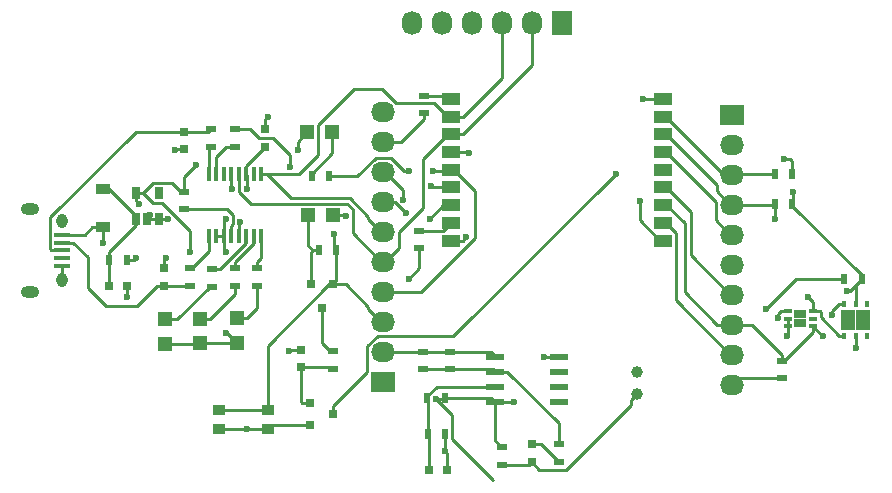
<source format=gbr>
G04 #@! TF.FileFunction,Copper,L1,Top,Signal*
%FSLAX46Y46*%
G04 Gerber Fmt 4.6, Leading zero omitted, Abs format (unit mm)*
G04 Created by KiCad (PCBNEW 4.0.2-4+6225~38~ubuntu15.10.1-stable) date Wed 30 Mar 2016 09:09:27 AM CDT*
%MOMM*%
G01*
G04 APERTURE LIST*
%ADD10C,0.100000*%
%ADD11R,2.032000X1.727200*%
%ADD12O,2.032000X1.727200*%
%ADD13R,1.220000X0.910000*%
%ADD14R,0.650000X1.060000*%
%ADD15R,1.350000X0.400000*%
%ADD16O,0.950000X1.250000*%
%ADD17O,1.550000X1.000000*%
%ADD18R,0.800000X0.750000*%
%ADD19R,0.900000X0.500000*%
%ADD20R,0.750000X0.800000*%
%ADD21R,1.198880X1.198880*%
%ADD22R,1.727200X2.032000*%
%ADD23O,1.727200X2.032000*%
%ADD24R,0.800100X0.800100*%
%ADD25R,0.500000X0.900000*%
%ADD26R,1.000000X0.900000*%
%ADD27R,1.500000X1.000000*%
%ADD28R,1.550000X0.600000*%
%ADD29C,1.000000*%
%ADD30R,0.400000X1.200000*%
%ADD31R,0.650000X0.350000*%
%ADD32R,1.000000X0.800000*%
%ADD33R,0.450000X0.630000*%
%ADD34R,1.300000X0.850000*%
%ADD35C,0.600000*%
%ADD36C,0.250000*%
G04 APERTURE END LIST*
D10*
D11*
X153550000Y-80610000D03*
D12*
X153550000Y-78070000D03*
X153550000Y-75530000D03*
X153550000Y-72990000D03*
X153550000Y-70450000D03*
X153550000Y-67910000D03*
X153550000Y-65370000D03*
X153550000Y-62830000D03*
X153550000Y-60290000D03*
X153550000Y-57750000D03*
D13*
X129794000Y-64262000D03*
X129794000Y-67532000D03*
D14*
X132636000Y-66809000D03*
X133586000Y-66809000D03*
X134536000Y-66809000D03*
X134536000Y-64609000D03*
X132636000Y-64609000D03*
D15*
X126380000Y-68170000D03*
X126380000Y-68820000D03*
X126380000Y-69470000D03*
X126380000Y-70120000D03*
X126380000Y-70770000D03*
D16*
X126380000Y-66970000D03*
X126380000Y-71970000D03*
D17*
X123680000Y-65970000D03*
X123680000Y-72970000D03*
D18*
X130350000Y-72475000D03*
X131850000Y-72475000D03*
D19*
X156880000Y-78060000D03*
X156880000Y-79560000D03*
D18*
X157430000Y-88080000D03*
X158930000Y-88080000D03*
D20*
X166116000Y-85900000D03*
X166116000Y-87400000D03*
X135007390Y-72475558D03*
X135007390Y-70975558D03*
X136652000Y-59436000D03*
X136652000Y-60936000D03*
X143557390Y-60725558D03*
X143557390Y-59225558D03*
D21*
X149323040Y-66450000D03*
X147225000Y-66450000D03*
X138075000Y-77349020D03*
X138075000Y-75250980D03*
X135050000Y-77423040D03*
X135050000Y-75325000D03*
X147126960Y-59450000D03*
X149225000Y-59450000D03*
X141175000Y-77323040D03*
X141175000Y-75225000D03*
D19*
X136652000Y-64516000D03*
X136652000Y-66016000D03*
D22*
X168650000Y-50250000D03*
D23*
X166110000Y-50250000D03*
X163570000Y-50250000D03*
X161030000Y-50250000D03*
X158490000Y-50250000D03*
X155950000Y-50250000D03*
D11*
X183100000Y-57975000D03*
D12*
X183100000Y-60515000D03*
X183100000Y-63055000D03*
X183100000Y-65595000D03*
X183100000Y-68135000D03*
X183100000Y-70675000D03*
X183100000Y-73215000D03*
X183100000Y-75755000D03*
X183100000Y-78295000D03*
X183100000Y-80835000D03*
D24*
X147335240Y-82362000D03*
X147335240Y-84262000D03*
X149334220Y-83312000D03*
X149325000Y-72350000D03*
X147425000Y-72350000D03*
X148375000Y-74348980D03*
D25*
X148075000Y-69475000D03*
X149575000Y-69475000D03*
D19*
X137157390Y-70975558D03*
X137157390Y-72475558D03*
D25*
X130350000Y-70275000D03*
X131850000Y-70275000D03*
D19*
X138938000Y-60706000D03*
X138938000Y-59206000D03*
D25*
X194056000Y-71882000D03*
X192556000Y-71882000D03*
D19*
X149280000Y-77990000D03*
X149280000Y-79490000D03*
X159190000Y-79560000D03*
X159190000Y-78060000D03*
D25*
X147500000Y-63200000D03*
X149000000Y-63200000D03*
X157320000Y-85000000D03*
X158820000Y-85000000D03*
D19*
X168402000Y-87400000D03*
X168402000Y-85900000D03*
X163576000Y-86154000D03*
X163576000Y-87654000D03*
D25*
X158790000Y-82000000D03*
X157290000Y-82000000D03*
X186690000Y-62992000D03*
X188190000Y-62992000D03*
D19*
X141007390Y-72475558D03*
X141007390Y-70975558D03*
X139057390Y-72575558D03*
X139057390Y-71075558D03*
X140970000Y-59206000D03*
X140970000Y-60706000D03*
X142907390Y-72475558D03*
X142907390Y-70975558D03*
D25*
X186690000Y-65532000D03*
X188190000Y-65532000D03*
D19*
X187325000Y-78825000D03*
X187325000Y-80325000D03*
D26*
X139660000Y-82970000D03*
X139660000Y-84570000D03*
X143760000Y-82970000D03*
X143760000Y-84570000D03*
D27*
X159275000Y-65650000D03*
X159275000Y-67150000D03*
X159275000Y-68650000D03*
X159275000Y-64150000D03*
X159275000Y-62650000D03*
X159275000Y-61150000D03*
X159275000Y-56650000D03*
X159275000Y-58150000D03*
X159275000Y-59650000D03*
X177275000Y-59650000D03*
X177275000Y-58150000D03*
X177275000Y-56650000D03*
X177275000Y-61150000D03*
X177275000Y-62650000D03*
X177275000Y-64150000D03*
X177275000Y-68650000D03*
X177275000Y-67150000D03*
X177275000Y-65650000D03*
D28*
X163002000Y-78486000D03*
X163002000Y-79756000D03*
X163002000Y-81026000D03*
X163002000Y-82296000D03*
X168402000Y-82296000D03*
X168402000Y-81026000D03*
X168402000Y-79756000D03*
X168402000Y-78486000D03*
D29*
X175006000Y-79772000D03*
X175006000Y-81672000D03*
D30*
X143225000Y-63025000D03*
X142590000Y-63025000D03*
X141955000Y-63025000D03*
X141320000Y-63025000D03*
X140685000Y-63025000D03*
X140050000Y-63025000D03*
X139415000Y-63025000D03*
X138780000Y-63025000D03*
X138780000Y-68225000D03*
X139415000Y-68225000D03*
X140050000Y-68225000D03*
X140685000Y-68225000D03*
X141320000Y-68225000D03*
X141955000Y-68225000D03*
X142590000Y-68225000D03*
X143225000Y-68225000D03*
D31*
X187825000Y-74600000D03*
X187825000Y-75250000D03*
X187825000Y-75900000D03*
X189925000Y-75900000D03*
X189925000Y-75250000D03*
X189925000Y-74600000D03*
D32*
X188875000Y-75650000D03*
X188875000Y-74850000D03*
D33*
X192598000Y-76695000D03*
X193548000Y-76695000D03*
X194498000Y-76695000D03*
X194498000Y-74015000D03*
X193548000Y-74015000D03*
X192598000Y-74015000D03*
D34*
X194198000Y-74930000D03*
X192898000Y-74930000D03*
X194198000Y-75780000D03*
X192898000Y-75780000D03*
D19*
X156575000Y-69300000D03*
X156575000Y-67800000D03*
X156972000Y-57888000D03*
X156972000Y-56388000D03*
D20*
X146625000Y-79375000D03*
X146625000Y-77875000D03*
D35*
X160539045Y-68337045D03*
X193548000Y-77724000D03*
X187706000Y-76708000D03*
X167132000Y-78486000D03*
X175514000Y-56642000D03*
X160782000Y-61214000D03*
X133793278Y-66447444D03*
X135325543Y-66858457D03*
X141458022Y-67056000D03*
X143764000Y-58166000D03*
X141986000Y-84582000D03*
X145542000Y-77978000D03*
X140716000Y-64262000D03*
X135890000Y-60960000D03*
X131826000Y-73406000D03*
X132588000Y-70104000D03*
X135128000Y-70104000D03*
X158820000Y-86500000D03*
X157480000Y-66802000D03*
X157597020Y-64008000D03*
X145622488Y-62399980D03*
X149352000Y-68072000D03*
X129794000Y-68834000D03*
X155254956Y-65217044D03*
X185928000Y-74422000D03*
X155702000Y-71882000D03*
X190754000Y-76708000D03*
X191516000Y-74930000D03*
X155448000Y-66294000D03*
X186690000Y-66802000D03*
X189484000Y-73406000D03*
X157734000Y-62738000D03*
X155702000Y-62738000D03*
X192786000Y-72898000D03*
X186944000Y-75184000D03*
X188214000Y-64516000D03*
X175260000Y-65278000D03*
X132842000Y-65532000D03*
X158040002Y-82042000D03*
X137160000Y-69596000D03*
X150368000Y-66548000D03*
X146304000Y-60960000D03*
X137668000Y-62230000D03*
X164592000Y-82296000D03*
X141986000Y-64262000D03*
X140208000Y-66802000D03*
X140208000Y-76454000D03*
X140208000Y-69596000D03*
X187452000Y-61722000D03*
X173228000Y-62992000D03*
D36*
X132636000Y-67289000D02*
X132636000Y-66809000D01*
X130350000Y-69575000D02*
X132636000Y-67289000D01*
X130350000Y-70275000D02*
X130350000Y-69575000D01*
X130350000Y-72475000D02*
X130350000Y-70275000D01*
X129794000Y-64262000D02*
X130294000Y-64262000D01*
X132636000Y-66604000D02*
X132636000Y-66809000D01*
X130294000Y-64262000D02*
X132636000Y-66604000D01*
X126380000Y-70770000D02*
X126380000Y-71970000D01*
X160539045Y-68385955D02*
X160539045Y-68337045D01*
X160275000Y-68650000D02*
X160539045Y-68385955D01*
X159275000Y-68650000D02*
X160275000Y-68650000D01*
X193548000Y-76695000D02*
X193548000Y-77724000D01*
X147335240Y-84262000D02*
X144068000Y-84262000D01*
X144068000Y-84262000D02*
X143760000Y-84570000D01*
X187825000Y-75900000D02*
X187825000Y-76589000D01*
X187825000Y-76589000D02*
X187706000Y-76708000D01*
X187825000Y-75250000D02*
X187825000Y-75900000D01*
X168402000Y-78486000D02*
X167132000Y-78486000D01*
X177275000Y-56650000D02*
X175522000Y-56650000D01*
X175522000Y-56650000D02*
X175514000Y-56642000D01*
X159275000Y-61150000D02*
X160718000Y-61150000D01*
X160718000Y-61150000D02*
X160782000Y-61214000D01*
X133604000Y-66791000D02*
X133604000Y-66636722D01*
X134536000Y-66809000D02*
X135276086Y-66809000D01*
X133604000Y-66636722D02*
X133793278Y-66447444D01*
X133586000Y-66809000D02*
X133604000Y-66791000D01*
X135276086Y-66809000D02*
X135325543Y-66858457D01*
X141320000Y-67194022D02*
X141458022Y-67056000D01*
X141320000Y-68225000D02*
X141320000Y-67194022D01*
X143557390Y-59225558D02*
X143557390Y-58372610D01*
X143557390Y-58372610D02*
X143764000Y-58166000D01*
X133586000Y-66809000D02*
X134536000Y-66809000D01*
X139660000Y-84570000D02*
X141974000Y-84570000D01*
X141974000Y-84570000D02*
X141986000Y-84582000D01*
X143760000Y-84570000D02*
X141998000Y-84570000D01*
X141998000Y-84570000D02*
X141986000Y-84582000D01*
X146625000Y-77875000D02*
X145645000Y-77875000D01*
X145645000Y-77875000D02*
X145542000Y-77978000D01*
X140685000Y-63025000D02*
X140685000Y-64231000D01*
X140685000Y-64231000D02*
X140716000Y-64262000D01*
X136652000Y-60936000D02*
X135914000Y-60936000D01*
X135914000Y-60936000D02*
X135890000Y-60960000D01*
X131850000Y-72475000D02*
X131850000Y-73382000D01*
X131850000Y-73382000D02*
X131826000Y-73406000D01*
X131850000Y-70275000D02*
X132417000Y-70275000D01*
X132417000Y-70275000D02*
X132588000Y-70104000D01*
X135007390Y-70975558D02*
X135007390Y-70224610D01*
X135007390Y-70224610D02*
X135128000Y-70104000D01*
X158930000Y-88080000D02*
X158930000Y-86610000D01*
X158930000Y-86610000D02*
X158820000Y-86500000D01*
X158820000Y-85000000D02*
X158820000Y-86500000D01*
X157480000Y-66802000D02*
X158632000Y-65650000D01*
X158632000Y-65650000D02*
X159275000Y-65650000D01*
X163002000Y-78486000D02*
X163002000Y-78417000D01*
X162645000Y-78060000D02*
X159190000Y-78060000D01*
X163002000Y-78417000D02*
X162645000Y-78060000D01*
X153550000Y-78070000D02*
X156870000Y-78070000D01*
X156870000Y-78070000D02*
X156880000Y-78060000D01*
X156880000Y-78060000D02*
X159190000Y-78060000D01*
X163002000Y-79756000D02*
X164027000Y-79756000D01*
X164027000Y-79756000D02*
X168402000Y-84131000D01*
X168402000Y-84131000D02*
X168402000Y-85400000D01*
X168402000Y-85400000D02*
X168402000Y-85900000D01*
X159190000Y-79560000D02*
X162806000Y-79560000D01*
X162806000Y-79560000D02*
X163002000Y-79756000D01*
X156880000Y-79560000D02*
X159190000Y-79560000D01*
X163002000Y-81026000D02*
X158064000Y-81026000D01*
X157290000Y-81800000D02*
X157290000Y-82000000D01*
X158064000Y-81026000D02*
X157290000Y-81800000D01*
X157320000Y-82160000D02*
X157290000Y-82130000D01*
X157290000Y-82130000D02*
X157290000Y-82000000D01*
X157320000Y-85000000D02*
X157320000Y-82160000D01*
X157430000Y-88080000D02*
X157430000Y-85110000D01*
X157430000Y-85110000D02*
X157320000Y-85000000D01*
X166116000Y-85900000D02*
X166902000Y-85900000D01*
X166902000Y-85900000D02*
X168402000Y-87400000D01*
X166116000Y-87400000D02*
X166116000Y-87425000D01*
X166116000Y-87425000D02*
X166741000Y-88050000D01*
X166741000Y-88050000D02*
X169037002Y-88050000D01*
X169037002Y-88050000D02*
X174506001Y-82581001D01*
X174506001Y-82581001D02*
X174506001Y-82171999D01*
X174506001Y-82171999D02*
X175006000Y-81672000D01*
X163576000Y-87654000D02*
X165862000Y-87654000D01*
X165862000Y-87654000D02*
X166116000Y-87400000D01*
X139660000Y-82970000D02*
X140410000Y-82970000D01*
X140410000Y-82970000D02*
X143760000Y-82970000D01*
X159275000Y-64150000D02*
X157739020Y-64150000D01*
X157739020Y-64150000D02*
X157597020Y-64008000D01*
X145622488Y-61430654D02*
X145622488Y-61975716D01*
X142264000Y-59206000D02*
X143058557Y-60000557D01*
X144192391Y-60000557D02*
X145622488Y-61430654D01*
X145622488Y-61975716D02*
X145622488Y-62399980D01*
X140970000Y-59206000D02*
X142264000Y-59206000D01*
X143058557Y-60000557D02*
X144192391Y-60000557D01*
X149352000Y-68072000D02*
X149352000Y-69252000D01*
X149352000Y-69252000D02*
X149575000Y-69475000D01*
X149325000Y-72350000D02*
X150370000Y-72350000D01*
X150370000Y-72350000D02*
X152284000Y-74264000D01*
X152284000Y-74264000D02*
X152284000Y-74416400D01*
X152284000Y-74416400D02*
X153397600Y-75530000D01*
X153397600Y-75530000D02*
X153550000Y-75530000D01*
X149575000Y-69475000D02*
X149575000Y-72100000D01*
X149575000Y-72100000D02*
X149325000Y-72350000D01*
X143760000Y-82970000D02*
X143760000Y-77578878D01*
X143760000Y-77578878D02*
X148988878Y-72350000D01*
X148988878Y-72350000D02*
X149325000Y-72350000D01*
X159275000Y-58150000D02*
X159025000Y-58150000D01*
X159025000Y-58150000D02*
X157838001Y-56963001D01*
X153446347Y-55812999D02*
X151078119Y-55812999D01*
X157838001Y-56963001D02*
X154596349Y-56963001D01*
X154596349Y-56963001D02*
X153446347Y-55812999D01*
X143675000Y-63025000D02*
X146389998Y-63025000D01*
X146389998Y-63025000D02*
X148051401Y-61363597D01*
X148051401Y-61363597D02*
X148051401Y-58839717D01*
X148051401Y-58839717D02*
X151078119Y-55812999D01*
X163570000Y-50250000D02*
X163570000Y-54855000D01*
X163570000Y-54855000D02*
X160275000Y-58150000D01*
X160275000Y-58150000D02*
X159275000Y-58150000D01*
X143675000Y-63025000D02*
X143225000Y-63025000D01*
X152284000Y-66796400D02*
X153397600Y-67910000D01*
X145725548Y-65075548D02*
X150715548Y-65075548D01*
X150715548Y-65075548D02*
X152284000Y-66644000D01*
X143675000Y-63025000D02*
X145725548Y-65075548D01*
X152284000Y-66644000D02*
X152284000Y-66796400D01*
X153397600Y-67910000D02*
X153550000Y-67910000D01*
X159275000Y-59650000D02*
X159025000Y-59650000D01*
X156952021Y-61722979D02*
X156952021Y-65857518D01*
X154891010Y-69261390D02*
X153702400Y-70450000D01*
X159025000Y-59650000D02*
X156952021Y-61722979D01*
X156952021Y-65857518D02*
X154891010Y-67918529D01*
X154891010Y-67918529D02*
X154891010Y-69261390D01*
X153702400Y-70450000D02*
X153550000Y-70450000D01*
X159275000Y-59650000D02*
X160275000Y-59650000D01*
X160275000Y-59650000D02*
X166110000Y-53815000D01*
X166110000Y-53815000D02*
X166110000Y-51516000D01*
X166110000Y-51516000D02*
X166110000Y-50250000D01*
X150524563Y-65525559D02*
X142324557Y-65525559D01*
X141360999Y-64562001D02*
X141360999Y-63915999D01*
X150993002Y-68045402D02*
X150993002Y-65993998D01*
X153550000Y-70450000D02*
X153397600Y-70450000D01*
X141360999Y-63915999D02*
X141320000Y-63875000D01*
X150993002Y-65993998D02*
X150524563Y-65525559D01*
X141320000Y-63875000D02*
X141320000Y-63025000D01*
X153397600Y-70450000D02*
X150993002Y-68045402D01*
X142324557Y-65525559D02*
X141360999Y-64562001D01*
X129794000Y-67532000D02*
X129794000Y-68834000D01*
X155254956Y-64792780D02*
X155254956Y-65217044D01*
X155254956Y-64382556D02*
X155254956Y-64792780D01*
X153702400Y-62830000D02*
X155254956Y-64382556D01*
X153550000Y-62830000D02*
X153702400Y-62830000D01*
X129794000Y-67532000D02*
X128934000Y-67532000D01*
X127305000Y-68170000D02*
X126380000Y-68170000D01*
X128934000Y-67532000D02*
X128296000Y-68170000D01*
X128296000Y-68170000D02*
X127305000Y-68170000D01*
X126380000Y-68170000D02*
X126855000Y-68170000D01*
X139057390Y-72575558D02*
X138857390Y-72575558D01*
X138857390Y-72575558D02*
X136107948Y-75325000D01*
X136107948Y-75325000D02*
X135899440Y-75325000D01*
X135899440Y-75325000D02*
X135050000Y-75325000D01*
X147500000Y-63000000D02*
X149225000Y-61275000D01*
X149225000Y-60299440D02*
X149225000Y-59450000D01*
X147500000Y-63200000D02*
X147500000Y-63000000D01*
X149225000Y-61275000D02*
X149225000Y-60299440D01*
X192556000Y-71882000D02*
X188468000Y-71882000D01*
X188468000Y-71882000D02*
X185928000Y-74422000D01*
X183100000Y-78295000D02*
X182947600Y-78295000D01*
X182947600Y-78295000D02*
X178350001Y-73697401D01*
X178350001Y-73697401D02*
X178350001Y-67975001D01*
X178350001Y-67975001D02*
X177525000Y-67150000D01*
X177525000Y-67150000D02*
X177275000Y-67150000D01*
X155702000Y-71882000D02*
X156575000Y-71009000D01*
X156575000Y-71009000D02*
X156575000Y-69300000D01*
X190754000Y-76708000D02*
X190733000Y-76708000D01*
X190733000Y-76708000D02*
X189925000Y-75900000D01*
X192598000Y-74015000D02*
X192123000Y-74015000D01*
X192123000Y-74015000D02*
X191516000Y-74622000D01*
X191516000Y-74622000D02*
X191516000Y-74930000D01*
X187325000Y-78825000D02*
X187525000Y-78825000D01*
X187525000Y-78825000D02*
X189925000Y-76425000D01*
X189925000Y-76425000D02*
X189925000Y-76325000D01*
X189925000Y-76325000D02*
X189925000Y-75900000D01*
X187325000Y-78825000D02*
X187325000Y-78325000D01*
X187325000Y-78325000D02*
X184755000Y-75755000D01*
X184755000Y-75755000D02*
X184366000Y-75755000D01*
X184366000Y-75755000D02*
X183100000Y-75755000D01*
X179070000Y-72991000D02*
X179070000Y-67195000D01*
X179070000Y-67195000D02*
X177525000Y-65650000D01*
X177525000Y-65650000D02*
X177275000Y-65650000D01*
X183100000Y-75755000D02*
X181834000Y-75755000D01*
X181834000Y-75755000D02*
X179070000Y-72991000D01*
X179578000Y-69845400D02*
X179578000Y-66203000D01*
X179578000Y-66203000D02*
X177525000Y-64150000D01*
X177525000Y-64150000D02*
X177275000Y-64150000D01*
X183100000Y-73215000D02*
X182947600Y-73215000D01*
X182947600Y-73215000D02*
X179578000Y-69845400D01*
X154524000Y-65370000D02*
X155448000Y-66294000D01*
X153550000Y-65370000D02*
X154524000Y-65370000D01*
X177275000Y-61150000D02*
X177525000Y-61150000D01*
X177525000Y-61150000D02*
X181758990Y-65383990D01*
X182947600Y-68135000D02*
X183100000Y-68135000D01*
X181758990Y-65383990D02*
X181758990Y-66946390D01*
X181758990Y-66946390D02*
X182947600Y-68135000D01*
X177465000Y-60960000D02*
X177275000Y-61150000D01*
X186690000Y-66802000D02*
X186690000Y-65532000D01*
X189925000Y-74600000D02*
X189925000Y-73847000D01*
X189925000Y-73847000D02*
X189484000Y-73406000D01*
X192598000Y-76695000D02*
X192123000Y-76695000D01*
X192123000Y-76695000D02*
X190575001Y-75147001D01*
X190575001Y-75147001D02*
X190575001Y-74675001D01*
X190575001Y-74675001D02*
X190500000Y-74600000D01*
X190500000Y-74600000D02*
X189925000Y-74600000D01*
X177275000Y-59650000D02*
X177525000Y-59650000D01*
X177525000Y-59650000D02*
X181834000Y-63959000D01*
X181834000Y-63959000D02*
X181834000Y-64481400D01*
X181834000Y-64481400D02*
X182947600Y-65595000D01*
X182947600Y-65595000D02*
X183100000Y-65595000D01*
X183100000Y-65595000D02*
X186627000Y-65595000D01*
X186627000Y-65595000D02*
X186690000Y-65532000D01*
X186690000Y-62992000D02*
X183163000Y-62992000D01*
X183163000Y-62992000D02*
X183100000Y-63055000D01*
X177275000Y-58150000D02*
X177525000Y-58150000D01*
X177525000Y-58150000D02*
X182430000Y-63055000D01*
X182430000Y-63055000D02*
X183100000Y-63055000D01*
X156972000Y-57888000D02*
X156972000Y-58388000D01*
X156972000Y-58388000D02*
X155070000Y-60290000D01*
X155070000Y-60290000D02*
X154816000Y-60290000D01*
X154816000Y-60290000D02*
X153550000Y-60290000D01*
X161290000Y-68470002D02*
X161290000Y-64415000D01*
X161290000Y-64415000D02*
X159525000Y-62650000D01*
X159525000Y-62650000D02*
X159275000Y-62650000D01*
X156770002Y-72990000D02*
X161290000Y-68470002D01*
X153550000Y-72990000D02*
X156770002Y-72990000D01*
X157734000Y-62738000D02*
X159187000Y-62738000D01*
X159187000Y-62738000D02*
X159275000Y-62650000D01*
X149000000Y-63200000D02*
X151346652Y-63200000D01*
X154194738Y-61641390D02*
X155291348Y-62738000D01*
X151346652Y-63200000D02*
X152905262Y-61641390D01*
X152905262Y-61641390D02*
X154194738Y-61641390D01*
X155291348Y-62738000D02*
X155702000Y-62738000D01*
X153702400Y-72990000D02*
X153550000Y-72990000D01*
X153397600Y-72990000D02*
X153550000Y-72990000D01*
X187325000Y-80325000D02*
X183610000Y-80325000D01*
X183610000Y-80325000D02*
X183100000Y-80835000D01*
X192786000Y-72898000D02*
X193040000Y-72898000D01*
X193040000Y-72898000D02*
X194056000Y-71882000D01*
X187825000Y-74600000D02*
X187250000Y-74600000D01*
X187250000Y-74600000D02*
X186944000Y-74906000D01*
X186944000Y-74906000D02*
X186944000Y-75184000D01*
X194056000Y-71882000D02*
X193548000Y-72390000D01*
X193548000Y-72390000D02*
X193548000Y-74015000D01*
X188214000Y-64516000D02*
X188214000Y-65508000D01*
X188214000Y-65508000D02*
X188190000Y-65532000D01*
X177275000Y-68650000D02*
X177025000Y-68650000D01*
X177025000Y-68650000D02*
X175260000Y-66885000D01*
X175260000Y-66885000D02*
X175260000Y-65278000D01*
X194056000Y-71882000D02*
X194056000Y-71598000D01*
X188190000Y-65732000D02*
X188190000Y-65532000D01*
X194056000Y-71598000D02*
X188190000Y-65732000D01*
X159395001Y-85481001D02*
X162814000Y-88900000D01*
X158040002Y-82042000D02*
X159395001Y-83396999D01*
X159395001Y-83396999D02*
X159395001Y-85481001D01*
X132636000Y-64609000D02*
X132636000Y-65326000D01*
X132636000Y-65326000D02*
X132842000Y-65532000D01*
X158040002Y-82042000D02*
X158748000Y-82042000D01*
X158748000Y-82042000D02*
X158790000Y-82000000D01*
X137160000Y-67809002D02*
X137160000Y-69596000D01*
X134066001Y-65464001D02*
X134814999Y-65464001D01*
X134814999Y-65464001D02*
X137160000Y-67809002D01*
X133211000Y-64609000D02*
X134066001Y-65464001D01*
X150270000Y-66450000D02*
X150368000Y-66548000D01*
X149323040Y-66450000D02*
X150270000Y-66450000D01*
X146304000Y-60960000D02*
X146304000Y-60272960D01*
X146304000Y-60272960D02*
X147126960Y-59450000D01*
X136652000Y-64516000D02*
X136652000Y-63246000D01*
X136652000Y-63246000D02*
X137668000Y-62230000D01*
X136652000Y-64516000D02*
X136452000Y-64516000D01*
X134066001Y-63753999D02*
X133211000Y-64609000D01*
X136452000Y-64516000D02*
X135689999Y-63753999D01*
X135689999Y-63753999D02*
X134066001Y-63753999D01*
X133211000Y-64609000D02*
X132636000Y-64609000D01*
X163002000Y-82296000D02*
X164592000Y-82296000D01*
X163002000Y-82296000D02*
X163002000Y-85580000D01*
X163002000Y-85580000D02*
X163576000Y-86154000D01*
X158790000Y-82000000D02*
X162725000Y-82000000D01*
X162725000Y-82000000D02*
X162750000Y-81975000D01*
X130048000Y-74168000D02*
X132689948Y-74168000D01*
X132689948Y-74168000D02*
X134382390Y-72475558D01*
X134382390Y-72475558D02*
X135007390Y-72475558D01*
X128524000Y-72644000D02*
X130048000Y-74168000D01*
X128524000Y-70039000D02*
X128524000Y-72644000D01*
X126380000Y-68820000D02*
X127305000Y-68820000D01*
X127305000Y-68820000D02*
X128524000Y-70039000D01*
X137157390Y-72475558D02*
X135007390Y-72475558D01*
X126380000Y-69470000D02*
X125455000Y-69470000D01*
X125455000Y-69470000D02*
X125379999Y-69394999D01*
X125379999Y-69394999D02*
X125379999Y-66688617D01*
X125379999Y-66688617D02*
X132632616Y-59436000D01*
X132632616Y-59436000D02*
X136027000Y-59436000D01*
X136652000Y-59436000D02*
X138708000Y-59436000D01*
X138708000Y-59436000D02*
X138938000Y-59206000D01*
X136027000Y-59436000D02*
X136652000Y-59436000D01*
X141986000Y-64262000D02*
X141986000Y-63056000D01*
X141986000Y-63056000D02*
X141955000Y-63025000D01*
X140050000Y-68225000D02*
X140050000Y-66960000D01*
X140050000Y-66960000D02*
X140208000Y-66802000D01*
X140208000Y-76454000D02*
X140305960Y-76454000D01*
X140305960Y-76454000D02*
X141175000Y-77323040D01*
X140050000Y-68225000D02*
X140050000Y-69438000D01*
X140050000Y-69438000D02*
X140208000Y-69596000D01*
X140050000Y-68225000D02*
X139415000Y-68225000D01*
X138075000Y-77349020D02*
X141149020Y-77349020D01*
X141149020Y-77349020D02*
X141175000Y-77323040D01*
X135050000Y-77423040D02*
X138000980Y-77423040D01*
X138000980Y-77423040D02*
X138075000Y-77349020D01*
X143557390Y-60725558D02*
X143557390Y-60750558D01*
X143557390Y-60750558D02*
X141955000Y-62352948D01*
X141955000Y-62352948D02*
X141955000Y-63025000D01*
X147335240Y-82362000D02*
X146685190Y-82362000D01*
X146685190Y-82362000D02*
X146625000Y-82301810D01*
X146625000Y-82301810D02*
X146625000Y-80025000D01*
X146625000Y-80025000D02*
X146625000Y-79375000D01*
X146625000Y-79375000D02*
X149165000Y-79375000D01*
X149165000Y-79375000D02*
X149280000Y-79490000D01*
X147225000Y-66450000D02*
X147225000Y-69125000D01*
X147225000Y-69125000D02*
X147575000Y-69475000D01*
X147575000Y-69475000D02*
X148075000Y-69475000D01*
X147425000Y-72350000D02*
X147425000Y-69625000D01*
X147425000Y-69625000D02*
X147575000Y-69475000D01*
X141007390Y-72475558D02*
X141007390Y-73168030D01*
X141007390Y-73168030D02*
X138924440Y-75250980D01*
X138924440Y-75250980D02*
X138075000Y-75250980D01*
X142907390Y-72475558D02*
X142907390Y-74342050D01*
X142907390Y-74342050D02*
X142024440Y-75225000D01*
X142024440Y-75225000D02*
X141175000Y-75225000D01*
X187960000Y-61722000D02*
X188190000Y-61952000D01*
X188190000Y-61952000D02*
X188190000Y-62992000D01*
X187452000Y-61722000D02*
X187960000Y-61722000D01*
X149334220Y-83312000D02*
X149334220Y-82661950D01*
X152208990Y-79787180D02*
X152208990Y-77577662D01*
X149334220Y-82661950D02*
X152208990Y-79787180D01*
X153068042Y-76718610D02*
X159501390Y-76718610D01*
X152208990Y-77577662D02*
X153068042Y-76718610D01*
X159501390Y-76718610D02*
X173228000Y-62992000D01*
X148375000Y-74348980D02*
X148375000Y-77285000D01*
X148375000Y-77285000D02*
X149080000Y-77990000D01*
X149080000Y-77990000D02*
X149280000Y-77990000D01*
X137157390Y-70975558D02*
X137357390Y-70975558D01*
X137357390Y-70975558D02*
X138780000Y-69552948D01*
X138780000Y-69552948D02*
X138780000Y-69075000D01*
X138780000Y-69075000D02*
X138780000Y-68225000D01*
X138938000Y-60706000D02*
X138780000Y-60864000D01*
X138780000Y-60864000D02*
X138780000Y-63025000D01*
X141007390Y-70975558D02*
X141007390Y-70475558D01*
X141007390Y-70475558D02*
X142590000Y-68892948D01*
X142590000Y-68892948D02*
X142590000Y-68225000D01*
X139057390Y-71075558D02*
X139744442Y-71075558D01*
X139744442Y-71075558D02*
X141955000Y-68865000D01*
X141955000Y-68865000D02*
X141955000Y-68225000D01*
X140970000Y-60706000D02*
X140270000Y-60706000D01*
X140270000Y-60706000D02*
X139415000Y-61561000D01*
X139415000Y-61561000D02*
X139415000Y-62175000D01*
X139415000Y-62175000D02*
X139415000Y-63025000D01*
X142907390Y-70975558D02*
X142907390Y-70475558D01*
X142907390Y-70475558D02*
X143225000Y-70157948D01*
X143225000Y-70157948D02*
X143225000Y-69075000D01*
X143225000Y-69075000D02*
X143225000Y-68225000D01*
X140685000Y-67375000D02*
X140685000Y-68225000D01*
X140833002Y-67226998D02*
X140685000Y-67375000D01*
X140833002Y-66501998D02*
X140833002Y-67226998D01*
X140347004Y-66016000D02*
X140833002Y-66501998D01*
X136652000Y-66016000D02*
X140347004Y-66016000D01*
X156575000Y-67800000D02*
X158625000Y-67800000D01*
X158625000Y-67800000D02*
X159275000Y-67150000D01*
X156972000Y-56388000D02*
X159013000Y-56388000D01*
X159013000Y-56388000D02*
X159275000Y-56650000D01*
M02*

</source>
